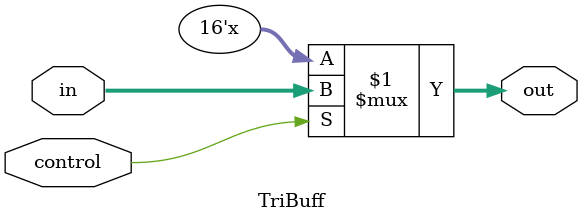
<source format=v>
`timescale 1ns / 1ps
module Buffer(in0, in1, in2, in3, in4, in5, in6, in7, in8, in9, in10,
				  in11, in12, in13, in14, in15, read, out);
	
	input [15:0] in0, in1, in2, in3, in4, in5, in6, in7, in8, in9,
					in10, in11, in12, in13, in14, in15, read;
	output [15:0] out;  
				  
	TriBuff B0(out, in0, read[0]);
	TriBuff B1(out, in1, read[1]);
	TriBuff B2(out, in2, read[2]);
	TriBuff B3(out, in3, read[3]);
	TriBuff B4(out, in4, read[4]);
	TriBuff B5(out, in5, read[5]);
	TriBuff B6(out, in6, read[6]);
	TriBuff B7(out, in7, read[7]);
	TriBuff B8(out, in8, read[8]);
	TriBuff B9(out, in9, read[9]);
	TriBuff B10(out, in10, read[10]);
	TriBuff B11(out, in11, read[11]);
	TriBuff B12(out, in12, read[12]);
	TriBuff B13(out, in13, read[13]);
	TriBuff B14(out, in14, read[14]);
	TriBuff B15(out, in15, read[15]);

endmodule

module TriBuff(out, in , control
    );
	input control;
	input [15:0] in;
	output[15:0] out;
	
	assign out = (control) ? in : 16'bz;
	
//	bufif1 a0(out[0], in[0], control);
//	bufif1 a1(out[1], in[1], control);
//	bufif1 a2(out[2], in[2], control);
//	bufif1 a3(out[3], in[3], control);
//	bufif1 a4(out[4], in[4], control);
//	bufif1 a5(out[5], in[5], control);
//	bufif1 a6(out[6], in[6], control);
//	bufif1 a7(out[7], in[7], control);
//	bufif1 a8(out[8], in[8], control);
//	bufif1 a9(out[9], in[9], control);
//	bufif1 a10(out[10], in[10], control);
//	bufif1 a11(out[11], in[11], control);
//	bufif1 a12(out[12], in[12], control);
//	bufif1 a13(out[13], in[13], control);
//	bufif1 a14(out[14], in[14], control);
//	bufif1 a15(out[15], in[15], control);
	
endmodule

</source>
